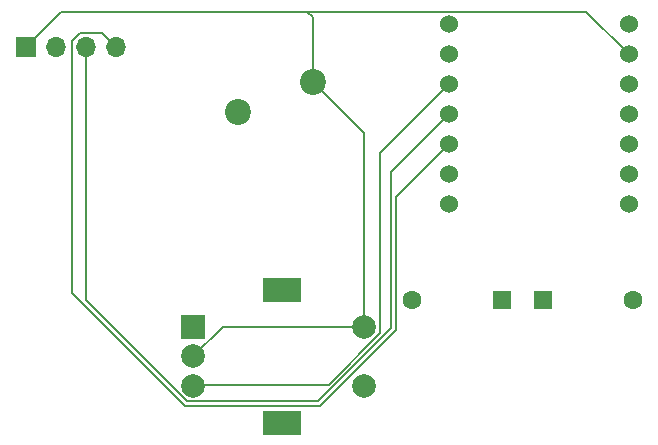
<source format=gbr>
%TF.GenerationSoftware,KiCad,Pcbnew,9.0.2*%
%TF.CreationDate,2025-06-27T15:59:54-04:00*%
%TF.ProjectId,PassPad_KiCAD,50617373-5061-4645-9f4b-694341442e6b,rev?*%
%TF.SameCoordinates,Original*%
%TF.FileFunction,Copper,L2,Bot*%
%TF.FilePolarity,Positive*%
%FSLAX46Y46*%
G04 Gerber Fmt 4.6, Leading zero omitted, Abs format (unit mm)*
G04 Created by KiCad (PCBNEW 9.0.2) date 2025-06-27 15:59:54*
%MOMM*%
%LPD*%
G01*
G04 APERTURE LIST*
G04 Aperture macros list*
%AMRoundRect*
0 Rectangle with rounded corners*
0 $1 Rounding radius*
0 $2 $3 $4 $5 $6 $7 $8 $9 X,Y pos of 4 corners*
0 Add a 4 corners polygon primitive as box body*
4,1,4,$2,$3,$4,$5,$6,$7,$8,$9,$2,$3,0*
0 Add four circle primitives for the rounded corners*
1,1,$1+$1,$2,$3*
1,1,$1+$1,$4,$5*
1,1,$1+$1,$6,$7*
1,1,$1+$1,$8,$9*
0 Add four rect primitives between the rounded corners*
20,1,$1+$1,$2,$3,$4,$5,0*
20,1,$1+$1,$4,$5,$6,$7,0*
20,1,$1+$1,$6,$7,$8,$9,0*
20,1,$1+$1,$8,$9,$2,$3,0*%
G04 Aperture macros list end*
%TA.AperFunction,ComponentPad*%
%ADD10C,1.524000*%
%TD*%
%TA.AperFunction,ComponentPad*%
%ADD11C,2.200000*%
%TD*%
%TA.AperFunction,ComponentPad*%
%ADD12C,2.000000*%
%TD*%
%TA.AperFunction,ComponentPad*%
%ADD13R,3.200000X2.000000*%
%TD*%
%TA.AperFunction,ComponentPad*%
%ADD14R,2.000000X2.000000*%
%TD*%
%TA.AperFunction,ComponentPad*%
%ADD15R,1.700000X1.700000*%
%TD*%
%TA.AperFunction,ComponentPad*%
%ADD16O,1.700000X1.700000*%
%TD*%
%TA.AperFunction,ComponentPad*%
%ADD17RoundRect,0.250000X0.550000X0.550000X-0.550000X0.550000X-0.550000X-0.550000X0.550000X-0.550000X0*%
%TD*%
%TA.AperFunction,ComponentPad*%
%ADD18C,1.600000*%
%TD*%
%TA.AperFunction,ComponentPad*%
%ADD19RoundRect,0.250000X-0.550000X-0.550000X0.550000X-0.550000X0.550000X0.550000X-0.550000X0.550000X0*%
%TD*%
%TA.AperFunction,Conductor*%
%ADD20C,0.200000*%
%TD*%
G04 APERTURE END LIST*
D10*
%TO.P,U1,1,P26/A0/D0*%
%TO.N,Net-(U1-P26{slash}A0{slash}D0)*%
X142969086Y-71894350D03*
%TO.P,U1,2,P27/A1/D1*%
%TO.N,Net-(D3-A)*%
X142969086Y-74434350D03*
%TO.P,U1,3,P28/A2/D2*%
%TO.N,Net-(U1-P28{slash}A2{slash}D2)*%
X142969086Y-76974350D03*
%TO.P,U1,4,P29/A3/D3*%
%TO.N,Net-(J1-Pin_3)*%
X142969086Y-79514350D03*
%TO.P,U1,5,P6/SDA/D4*%
%TO.N,Net-(J1-Pin_4)*%
X142969086Y-82054350D03*
%TO.P,U1,6,P7/SCL/D5*%
%TO.N,unconnected-(U1-P7{slash}SCL{slash}D5-Pad6)_1*%
X142969086Y-84594350D03*
%TO.P,U1,7,P0//TX/D6*%
%TO.N,unconnected-(U1-P0{slash}{slash}TX{slash}D6-Pad7)*%
X142969086Y-87134350D03*
%TO.P,U1,8,D7/CSB/P1/RX*%
%TO.N,Net-(D1-A)*%
X158209086Y-87134350D03*
%TO.P,U1,9,D8/SCK/P2*%
%TO.N,unconnected-(U1-D8{slash}SCK{slash}P2-Pad9)*%
X158209086Y-84594350D03*
%TO.P,U1,10,D9/MISO/P4*%
%TO.N,unconnected-(U1-D9{slash}MISO{slash}P4-Pad10)*%
X158209086Y-82054350D03*
%TO.P,U1,11,D10/MOSI/P3*%
%TO.N,unconnected-(U1-D10{slash}MOSI{slash}P3-Pad11)*%
X158209086Y-79514350D03*
%TO.P,U1,12,3V3*%
%TO.N,+3V3*%
X158209086Y-76974350D03*
%TO.P,U1,13,GND*%
%TO.N,GND*%
X158209086Y-74434350D03*
%TO.P,U1,14,5V*%
%TO.N,unconnected-(U1-5V-Pad14)*%
X158209086Y-71894350D03*
%TD*%
D11*
%TO.P,SW2,1,1*%
%TO.N,GND*%
X131443450Y-76741028D03*
%TO.P,SW2,2,2*%
%TO.N,Net-(D1-K)*%
X125093450Y-79281028D03*
%TD*%
D12*
%TO.P,SW1,S1,S1*%
%TO.N,Net-(D3-K)*%
X135837500Y-102512500D03*
%TO.P,SW1,S2,S2*%
%TO.N,GND*%
X135837500Y-97512500D03*
D13*
%TO.P,SW1,MP*%
%TO.N,N/C*%
X128837500Y-105612500D03*
X128837500Y-94412500D03*
D12*
%TO.P,SW1,B,B*%
%TO.N,Net-(U1-P28{slash}A2{slash}D2)*%
X121337500Y-102512500D03*
%TO.P,SW1,C,C*%
%TO.N,GND*%
X121337500Y-100012500D03*
D14*
%TO.P,SW1,A,A*%
%TO.N,Net-(U1-P26{slash}A0{slash}D0)*%
X121337500Y-97512500D03*
%TD*%
D15*
%TO.P,J1,1,Pin_1*%
%TO.N,GND*%
X107156250Y-73818750D03*
D16*
%TO.P,J1,2,Pin_2*%
%TO.N,+3V3*%
X109696250Y-73818750D03*
%TO.P,J1,3,Pin_3*%
%TO.N,Net-(J1-Pin_3)*%
X112236250Y-73818750D03*
%TO.P,J1,4,Pin_4*%
%TO.N,Net-(J1-Pin_4)*%
X114776250Y-73818750D03*
%TD*%
D17*
%TO.P,D3,1,K*%
%TO.N,Net-(D3-K)*%
X147442889Y-95218922D03*
D18*
%TO.P,D3,2,A*%
%TO.N,Net-(D3-A)*%
X139822889Y-95218922D03*
%TD*%
D19*
%TO.P,D1,1,K*%
%TO.N,Net-(D1-K)*%
X150971250Y-95250000D03*
D18*
%TO.P,D1,2,A*%
%TO.N,Net-(D1-A)*%
X158591250Y-95250000D03*
%TD*%
D20*
%TO.N,Net-(J1-Pin_4)*%
X114776250Y-73818750D02*
X113625250Y-72667750D01*
X111085250Y-73341990D02*
X111085250Y-94667242D01*
X138513500Y-86509936D02*
X142969086Y-82054350D01*
X113625250Y-72667750D02*
X111759490Y-72667750D01*
X111759490Y-72667750D02*
X111085250Y-73341990D01*
X120632508Y-104214500D02*
X132109592Y-104214500D01*
X111085250Y-94667242D02*
X120632508Y-104214500D01*
X132109592Y-104214500D02*
X138513500Y-97810592D01*
X138513500Y-97810592D02*
X138513500Y-86509936D01*
%TO.N,Net-(J1-Pin_3)*%
X112236250Y-73818750D02*
X112236250Y-95251142D01*
X138112500Y-97644492D02*
X138112500Y-84370936D01*
X112236250Y-95251142D02*
X120798608Y-103813500D01*
X120798608Y-103813500D02*
X131943492Y-103813500D01*
X131943492Y-103813500D02*
X138112500Y-97644492D01*
X138112500Y-84370936D02*
X142969086Y-79514350D01*
%TO.N,Net-(U1-P28{slash}A2{slash}D2)*%
X121337500Y-102500000D02*
X121443750Y-102393750D01*
X121337500Y-102512500D02*
X121337500Y-102500000D01*
X121443750Y-102393750D02*
X132796142Y-102393750D01*
X132796142Y-102393750D02*
X137138500Y-98051392D01*
X137138500Y-98051392D02*
X137138500Y-82804936D01*
X137138500Y-82804936D02*
X142969086Y-76974350D01*
%TO.N,GND*%
X135837500Y-97512500D02*
X123837500Y-97512500D01*
X123837500Y-97512500D02*
X121337500Y-100012500D01*
X131443450Y-76741028D02*
X135837500Y-81135078D01*
X135837500Y-81135078D02*
X135837500Y-97512500D01*
X110143650Y-70831350D02*
X130968750Y-70831350D01*
X131443450Y-76741028D02*
X131443450Y-71306050D01*
X131443450Y-71306050D02*
X130968750Y-70831350D01*
X107156250Y-73818750D02*
X110143650Y-70831350D01*
X154606086Y-70831350D02*
X158209086Y-74434350D01*
X130968750Y-70831350D02*
X154606086Y-70831350D01*
%TD*%
M02*

</source>
